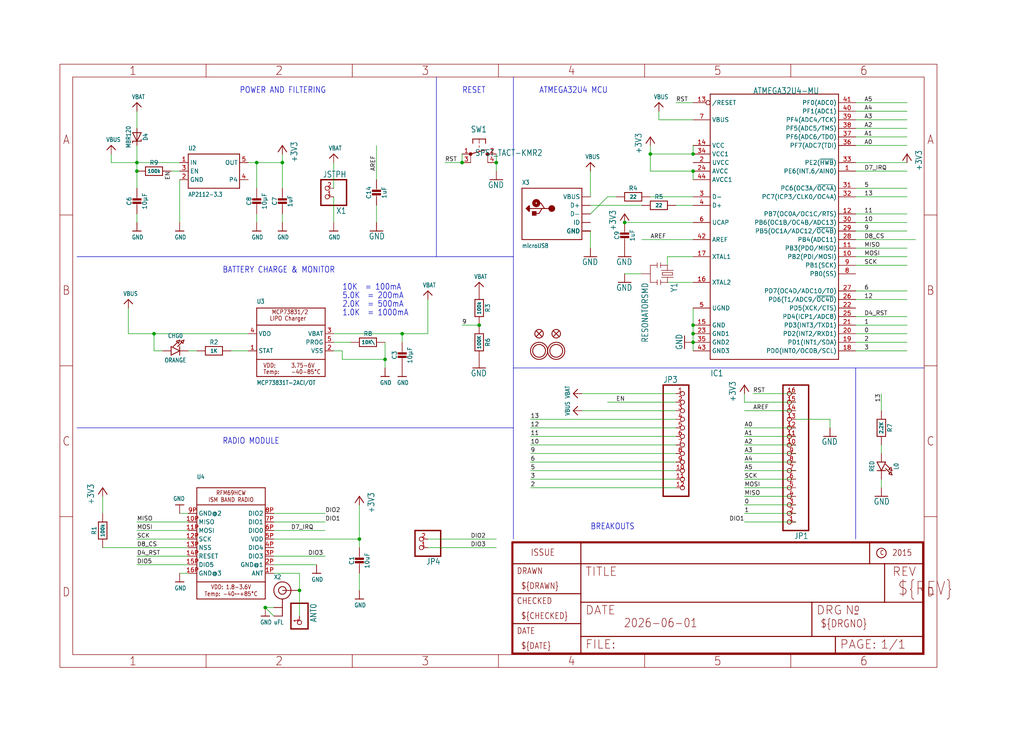
<source format=kicad_sch>
(kicad_sch (version 20230121) (generator eeschema)
  (paper "User" 303.962 217.322)
  (junction (at 205.74 50.8))
  (junction (at 147.32 48.26))
  (junction (at 185.42 66.04))
  (junction (at 83.82 48.26))
  (junction (at 88.9 175.26))
  (junction (at 78.74 180.34))
  (junction (at 76.2 48.26))
  (junction (at 106.68 160.02))
  (junction (at 119.38 99.06))
  (junction (at 205.74 45.72))
  (junction (at 40.64 48.26))
  (junction (at 205.74 96.52))
  (junction (at 205.74 99.06))
  (junction (at 45.72 99.06))
  (junction (at 40.64 50.8))
  (junction (at 137.16 48.26))
  (junction (at 142.24 96.52))
  (junction (at 205.74 101.6))
  (junction (at 193.04 45.72))
  (junction (at 114.3 106.68))
  (wire (pts (xy 38.1 99.06) (xy 45.72 99.06)) (stroke (width 0.1524)))
  (wire (pts (xy 254 30.48) (xy 269.24 30.48)) (stroke (width 0.1524)))
  (wire (pts (xy 236.22 127) (xy 220.98 127)) (stroke (width 0.1524)))
  (wire (pts (xy 236.22 132.08) (xy 220.98 132.08)) (stroke (width 0.1524)))
  (wire (pts (xy 81.28 160.02) (xy 106.68 160.02)) (stroke (width 0.1524)))
  (wire (pts (xy 254 38.1) (xy 269.24 38.1)) (stroke (width 0.1524)))
  (wire (pts (xy 68.58 104.14) (xy 73.66 104.14)) (stroke (width 0.1524)))
  (wire (pts (xy 127 162.56) (xy 147.32 162.56)) (stroke (width 0.1524)))
  (wire (pts (xy 220.98 129.54) (xy 236.22 129.54)) (stroke (width 0.1524)))
  (wire (pts (xy 200.66 142.24) (xy 157.48 142.24)) (stroke (width 0.1524)))
  (wire (pts (xy 193.04 50.8) (xy 193.04 45.72)) (stroke (width 0.1524)))
  (wire (pts (xy 220.98 154.94) (xy 236.22 154.94)) (stroke (width 0.1524)))
  (wire (pts (xy 261.62 132.08) (xy 261.62 134.62)) (stroke (width 0.1524)))
  (wire (pts (xy 99.06 66.04) (xy 99.06 58.42)) (stroke (width 0.1524)))
  (wire (pts (xy 269.24 99.06) (xy 254 99.06)) (stroke (width 0.1524)))
  (wire (pts (xy 220.98 134.62) (xy 236.22 134.62)) (stroke (width 0.1524)))
  (wire (pts (xy 172.72 116.84) (xy 200.66 116.84)) (stroke (width 0.1524)))
  (wire (pts (xy 200.66 129.54) (xy 157.48 129.54)) (stroke (width 0.1524)))
  (wire (pts (xy 261.62 142.24) (xy 261.62 144.78)) (stroke (width 0.1524)))
  (wire (pts (xy 76.2 48.26) (xy 83.82 48.26)) (stroke (width 0.1524)))
  (wire (pts (xy 48.26 104.14) (xy 45.72 104.14)) (stroke (width 0.1524)))
  (wire (pts (xy 127 88.9) (xy 127 99.06)) (stroke (width 0.1524)))
  (wire (pts (xy 81.28 180.34) (xy 78.74 180.34)) (stroke (width 0.1524)))
  (wire (pts (xy 254 68.58) (xy 269.24 68.58)) (stroke (width 0.1524)))
  (wire (pts (xy 254 76.2) (xy 269.24 76.2)) (stroke (width 0.1524)))
  (wire (pts (xy 30.48 152.4) (xy 30.48 147.32)) (stroke (width 0.1524)))
  (wire (pts (xy 200.66 139.7) (xy 157.48 139.7)) (stroke (width 0.1524)))
  (wire (pts (xy 157.48 137.16) (xy 200.66 137.16)) (stroke (width 0.1524)))
  (wire (pts (xy 137.16 48.26) (xy 137.16 45.72)) (stroke (width 0.1524)))
  (wire (pts (xy 53.34 53.34) (xy 53.34 66.04)) (stroke (width 0.1524)))
  (wire (pts (xy 81.28 170.18) (xy 88.9 170.18)) (stroke (width 0.1524)))
  (wire (pts (xy 246.38 124.46) (xy 246.38 127)) (stroke (width 0.1524)))
  (wire (pts (xy 193.04 45.72) (xy 205.74 45.72)) (stroke (width 0.1524)))
  (polyline (pts (xy 254 109.22) (xy 152.4 109.22)) (stroke (width 0.1524) (type solid)))
  (wire (pts (xy 78.74 180.34) (xy 81.28 182.88)) (stroke (width 0.1524)))
  (wire (pts (xy 76.2 55.88) (xy 76.2 48.26)) (stroke (width 0.1524)))
  (wire (pts (xy 73.66 48.26) (xy 76.2 48.26)) (stroke (width 0.1524)))
  (wire (pts (xy 205.74 101.6) (xy 205.74 104.14)) (stroke (width 0.1524)))
  (wire (pts (xy 205.74 91.44) (xy 205.74 96.52)) (stroke (width 0.1524)))
  (wire (pts (xy 114.3 101.6) (xy 114.3 106.68)) (stroke (width 0.1524)))
  (wire (pts (xy 40.64 48.26) (xy 40.64 50.8)) (stroke (width 0.1524)))
  (wire (pts (xy 55.88 104.14) (xy 58.42 104.14)) (stroke (width 0.1524)))
  (wire (pts (xy 200.66 60.96) (xy 205.74 60.96)) (stroke (width 0.1524)))
  (wire (pts (xy 236.22 149.86) (xy 220.98 149.86)) (stroke (width 0.1524)))
  (wire (pts (xy 147.32 50.8) (xy 147.32 48.26)) (stroke (width 0.1524)))
  (wire (pts (xy 83.82 63.5) (xy 83.82 66.04)) (stroke (width 0.1524)))
  (wire (pts (xy 254 78.74) (xy 269.24 78.74)) (stroke (width 0.1524)))
  (wire (pts (xy 40.64 50.8) (xy 40.64 55.88)) (stroke (width 0.1524)))
  (wire (pts (xy 175.26 58.42) (xy 175.26 50.8)) (stroke (width 0.1524)))
  (wire (pts (xy 254 86.36) (xy 269.24 86.36)) (stroke (width 0.1524)))
  (wire (pts (xy 106.68 160.02) (xy 106.68 162.56)) (stroke (width 0.1524)))
  (wire (pts (xy 193.04 45.72) (xy 193.04 43.18)) (stroke (width 0.1524)))
  (wire (pts (xy 83.82 48.26) (xy 83.82 55.88)) (stroke (width 0.1524)))
  (wire (pts (xy 45.72 99.06) (xy 73.66 99.06)) (stroke (width 0.1524)))
  (wire (pts (xy 254 58.42) (xy 269.24 58.42)) (stroke (width 0.1524)))
  (wire (pts (xy 198.12 83.82) (xy 205.74 83.82)) (stroke (width 0.1524)))
  (wire (pts (xy 106.68 160.02) (xy 106.68 149.86)) (stroke (width 0.1524)))
  (wire (pts (xy 236.22 116.84) (xy 223.52 116.84)) (stroke (width 0.1524)))
  (wire (pts (xy 254 63.5) (xy 269.24 63.5)) (stroke (width 0.1524)))
  (wire (pts (xy 99.06 101.6) (xy 104.14 101.6)) (stroke (width 0.1524)))
  (wire (pts (xy 111.76 60.96) (xy 111.76 66.04)) (stroke (width 0.1524)))
  (wire (pts (xy 142.24 96.52) (xy 137.16 96.52)) (stroke (width 0.1524)))
  (wire (pts (xy 180.34 119.38) (xy 200.66 119.38)) (stroke (width 0.1524)))
  (wire (pts (xy 157.48 132.08) (xy 200.66 132.08)) (stroke (width 0.1524)))
  (wire (pts (xy 185.42 81.28) (xy 190.5 81.28)) (stroke (width 0.1524)))
  (polyline (pts (xy 152.4 76.2) (xy 129.54 76.2)) (stroke (width 0.1524) (type solid)))
  (wire (pts (xy 193.04 58.42) (xy 205.74 58.42)) (stroke (width 0.1524)))
  (wire (pts (xy 40.64 160.02) (xy 55.88 160.02)) (stroke (width 0.1524)))
  (wire (pts (xy 88.9 175.26) (xy 88.9 182.88)) (stroke (width 0.1524)))
  (wire (pts (xy 175.26 63.5) (xy 180.34 58.42)) (stroke (width 0.1524)))
  (wire (pts (xy 254 96.52) (xy 269.24 96.52)) (stroke (width 0.1524)))
  (wire (pts (xy 40.64 63.5) (xy 40.64 66.04)) (stroke (width 0.1524)))
  (wire (pts (xy 261.62 121.92) (xy 261.62 116.84)) (stroke (width 0.1524)))
  (wire (pts (xy 220.98 119.38) (xy 236.22 119.38)) (stroke (width 0.1524)))
  (wire (pts (xy 33.02 45.72) (xy 33.02 48.26)) (stroke (width 0.1524)))
  (polyline (pts (xy 22.86 127) (xy 152.4 127)) (stroke (width 0.1524) (type solid)))
  (wire (pts (xy 81.28 165.1) (xy 96.52 165.1)) (stroke (width 0.1524)))
  (wire (pts (xy 119.38 99.06) (xy 127 99.06)) (stroke (width 0.1524)))
  (wire (pts (xy 254 48.26) (xy 269.24 48.26)) (stroke (width 0.1524)))
  (wire (pts (xy 254 71.12) (xy 271.78 71.12)) (stroke (width 0.1524)))
  (wire (pts (xy 205.74 30.48) (xy 200.66 30.48)) (stroke (width 0.1524)))
  (wire (pts (xy 254 40.64) (xy 269.24 40.64)) (stroke (width 0.1524)))
  (wire (pts (xy 254 93.98) (xy 269.24 93.98)) (stroke (width 0.1524)))
  (wire (pts (xy 40.64 38.1) (xy 40.64 33.02)) (stroke (width 0.1524)))
  (wire (pts (xy 254 66.04) (xy 269.24 66.04)) (stroke (width 0.1524)))
  (wire (pts (xy 205.74 45.72) (xy 205.74 43.18)) (stroke (width 0.1524)))
  (wire (pts (xy 205.74 50.8) (xy 193.04 50.8)) (stroke (width 0.1524)))
  (polyline (pts (xy 152.4 160.02) (xy 152.4 127)) (stroke (width 0.1524) (type solid)))
  (wire (pts (xy 119.38 101.6) (xy 119.38 99.06)) (stroke (width 0.1524)))
  (polyline (pts (xy 129.54 76.2) (xy 129.54 22.86)) (stroke (width 0.1524) (type solid)))
  (wire (pts (xy 76.2 63.5) (xy 76.2 66.04)) (stroke (width 0.1524)))
  (wire (pts (xy 175.26 68.58) (xy 175.26 73.66)) (stroke (width 0.1524)))
  (wire (pts (xy 205.74 99.06) (xy 205.74 101.6)) (stroke (width 0.1524)))
  (wire (pts (xy 101.6 104.14) (xy 101.6 106.68)) (stroke (width 0.1524)))
  (wire (pts (xy 220.98 116.84) (xy 220.98 119.38)) (stroke (width 0.1524)))
  (wire (pts (xy 254 50.8) (xy 269.24 50.8)) (stroke (width 0.1524)))
  (wire (pts (xy 99.06 104.14) (xy 101.6 104.14)) (stroke (width 0.1524)))
  (wire (pts (xy 40.64 157.48) (xy 55.88 157.48)) (stroke (width 0.1524)))
  (wire (pts (xy 254 101.6) (xy 269.24 101.6)) (stroke (width 0.1524)))
  (polyline (pts (xy 152.4 109.22) (xy 152.4 76.2)) (stroke (width 0.1524) (type solid)))
  (wire (pts (xy 81.28 152.4) (xy 96.52 152.4)) (stroke (width 0.1524)))
  (wire (pts (xy 190.5 71.12) (xy 205.74 71.12)) (stroke (width 0.1524)))
  (wire (pts (xy 101.6 106.68) (xy 114.3 106.68)) (stroke (width 0.1524)))
  (wire (pts (xy 147.32 45.72) (xy 147.32 48.26)) (stroke (width 0.1524)))
  (wire (pts (xy 45.72 104.14) (xy 45.72 99.06)) (stroke (width 0.1524)))
  (polyline (pts (xy 152.4 76.2) (xy 152.4 22.86)) (stroke (width 0.1524) (type solid)))
  (wire (pts (xy 53.34 48.26) (xy 40.64 48.26)) (stroke (width 0.1524)))
  (wire (pts (xy 40.64 43.18) (xy 40.64 48.26)) (stroke (width 0.1524)))
  (polyline (pts (xy 274.32 109.22) (xy 254 109.22)) (stroke (width 0.1524) (type solid)))
  (wire (pts (xy 111.76 53.34) (xy 111.76 43.18)) (stroke (width 0.1524)))
  (wire (pts (xy 114.3 106.68) (xy 114.3 109.22)) (stroke (width 0.1524)))
  (wire (pts (xy 157.48 144.78) (xy 200.66 144.78)) (stroke (width 0.1524)))
  (polyline (pts (xy 152.4 127) (xy 152.4 109.22)) (stroke (width 0.1524) (type solid)))
  (wire (pts (xy 198.12 76.2) (xy 198.12 78.74)) (stroke (width 0.1524)))
  (wire (pts (xy 236.22 137.16) (xy 220.98 137.16)) (stroke (width 0.1524)))
  (wire (pts (xy 119.38 99.06) (xy 99.06 99.06)) (stroke (width 0.1524)))
  (wire (pts (xy 205.74 35.56) (xy 195.58 35.56)) (stroke (width 0.1524)))
  (wire (pts (xy 147.32 160.02) (xy 127 160.02)) (stroke (width 0.1524)))
  (wire (pts (xy 55.88 152.4) (xy 53.34 152.4)) (stroke (width 0.1524)))
  (wire (pts (xy 198.12 76.2) (xy 205.74 76.2)) (stroke (width 0.1524)))
  (wire (pts (xy 254 104.14) (xy 269.24 104.14)) (stroke (width 0.1524)))
  (wire (pts (xy 254 73.66) (xy 269.24 73.66)) (stroke (width 0.1524)))
  (wire (pts (xy 220.98 152.4) (xy 236.22 152.4)) (stroke (width 0.1524)))
  (wire (pts (xy 200.66 121.92) (xy 172.72 121.92)) (stroke (width 0.1524)))
  (wire (pts (xy 254 88.9) (xy 269.24 88.9)) (stroke (width 0.1524)))
  (wire (pts (xy 205.74 53.34) (xy 205.74 50.8)) (stroke (width 0.1524)))
  (wire (pts (xy 99.06 48.26) (xy 99.06 55.88)) (stroke (width 0.1524)))
  (wire (pts (xy 55.88 167.64) (xy 40.64 167.64)) (stroke (width 0.1524)))
  (wire (pts (xy 88.9 170.18) (xy 88.9 175.26)) (stroke (width 0.1524)))
  (wire (pts (xy 195.58 35.56) (xy 195.58 33.02)) (stroke (width 0.1524)))
  (wire (pts (xy 175.26 60.96) (xy 190.5 60.96)) (stroke (width 0.1524)))
  (wire (pts (xy 236.22 142.24) (xy 220.98 142.24)) (stroke (width 0.1524)))
  (wire (pts (xy 38.1 91.44) (xy 38.1 99.06)) (stroke (width 0.1524)))
  (wire (pts (xy 55.88 154.94) (xy 40.64 154.94)) (stroke (width 0.1524)))
  (wire (pts (xy 40.64 165.1) (xy 55.88 165.1)) (stroke (width 0.1524)))
  (wire (pts (xy 254 33.02) (xy 269.24 33.02)) (stroke (width 0.1524)))
  (wire (pts (xy 254 55.88) (xy 269.24 55.88)) (stroke (width 0.1524)))
  (wire (pts (xy 254 43.18) (xy 269.24 43.18)) (stroke (width 0.1524)))
  (wire (pts (xy 254 35.56) (xy 269.24 35.56)) (stroke (width 0.1524)))
  (polyline (pts (xy 22.86 76.2) (xy 129.54 76.2)) (stroke (width 0.1524) (type solid)))
  (wire (pts (xy 106.68 170.18) (xy 106.68 175.26)) (stroke (width 0.1524)))
  (wire (pts (xy 205.74 66.04) (xy 185.42 66.04)) (stroke (width 0.1524)))
  (wire (pts (xy 200.66 134.62) (xy 157.48 134.62)) (stroke (width 0.1524)))
  (wire (pts (xy 236.22 124.46) (xy 246.38 124.46)) (stroke (width 0.1524)))
  (wire (pts (xy 83.82 48.26) (xy 83.82 45.72)) (stroke (width 0.1524)))
  (wire (pts (xy 157.48 127) (xy 200.66 127)) (stroke (width 0.1524)))
  (wire (pts (xy 81.28 157.48) (xy 96.52 157.48)) (stroke (width 0.1524)))
  (wire (pts (xy 220.98 147.32) (xy 236.22 147.32)) (stroke (width 0.1524)))
  (wire (pts (xy 220.98 139.7) (xy 236.22 139.7)) (stroke (width 0.1524)))
  (wire (pts (xy 81.28 167.64) (xy 93.98 167.64)) (stroke (width 0.1524)))
  (wire (pts (xy 180.34 58.42) (xy 182.88 58.42)) (stroke (width 0.1524)))
  (wire (pts (xy 205.74 96.52) (xy 205.74 99.06)) (stroke (width 0.1524)))
  (polyline (pts (xy 254 160.02) (xy 254 109.22)) (stroke (width 0.1524) (type solid)))
  (wire (pts (xy 236.22 144.78) (xy 220.98 144.78)) (stroke (width 0.1524)))
  (wire (pts (xy 55.88 170.18) (xy 53.34 170.18)) (stroke (width 0.1524)))
  (wire (pts (xy 236.22 121.92) (xy 220.98 121.92)) (stroke (width 0.1524)))
  (wire (pts (xy 200.66 124.46) (xy 157.48 124.46)) (stroke (width 0.1524)))
  (wire (pts (xy 81.28 154.94) (xy 96.52 154.94)) (stroke (width 0.1524)))
  (wire (pts (xy 132.08 48.26) (xy 137.16 48.26)) (stroke (width 0.1524)))
  (wire (pts (xy 33.02 48.26) (xy 40.64 48.26)) (stroke (width 0.1524)))
  (wire (pts (xy 50.8 50.8) (xy 53.34 50.8)) (stroke (width 0.1524)))
  (wire (pts (xy 30.48 162.56) (xy 55.88 162.56)) (stroke (width 0.1524)))
  (text "BREAKOUTS" (at 175.26 157.48 0) (effects (font (size 1.778 1.5113)) (justify left bottom)))
  (text "BATTERY CHARGE & MONITOR" (at 66.04 81.28 0) (effects (font (size 1.778 1.5113)) (justify left bottom)))
  (text "5.0K  = 200mA" (at 101.6 88.9 0) (effects (font (size 1.778 1.5113)) (justify left bottom)))
  (text "10K  = 100mA" (at 101.6 86.36 0) (effects (font (size 1.778 1.5113)) (justify left bottom)))
  (text "RESET" (at 137.16 27.94 0) (effects (font (size 1.778 1.5113)) (justify left bottom)))
  (text "RADIO MODULE" (at 66.04 132.08 0) (effects (font (size 1.778 1.5113)) (justify left bottom)))
  (text "2.0K  = 500mA" (at 101.6 91.44 0) (effects (font (size 1.778 1.5113)) (justify left bottom)))
  (text "POWER AND FILTERING" (at 71.12 27.94 0) (effects (font (size 1.778 1.5113)) (justify left bottom)))
  (text "1.0K  = 1000mA" (at 101.6 93.98 0) (effects (font (size 1.778 1.5113)) (justify left bottom)))
  (text "ATMEGA32U4 MCU" (at 160.02 27.94 0) (effects (font (size 1.778 1.5113)) (justify left bottom)))
  (label "A0" (at 256.54 43.18 0) (effects (font (size 1.2446 1.2446))))
  (label "DIO2" (at 139.7 160.02 0) (effects (font (size 1.2446 1.2446))))
  (label "A1" (at 256.54 40.64 0) (effects (font (size 1.2446 1.2446))))
  (label "DIO3" (at 139.7 162.56 0) (effects (font (size 1.2446 1.2446))))
  (label "D7_IRQ" (at 256.54 50.8 0) (effects (font (size 1.2446 1.2446))))
  (label "5" (at 157.48 139.7 0) (effects (font (size 1.2446 1.2446))))
  (label "AREF" (at 223.52 121.92 0) (effects (font (size 1.2446 1.2446))))
  (label "3" (at 256.54 104.14 0) (effects (font (size 1.2446 1.2446))))
  (label "SCK" (at 256.54 78.74 0) (effects (font (size 1.2446 1.2446))))
  (label "EN" (at 182.88 119.38 0) (effects (font (size 1.2446 1.2446))))
  (label "D4_RST" (at 256.54 93.98 0) (effects (font (size 1.2446 1.2446))))
  (label "RST" (at 132.08 48.26 0) (effects (font (size 1.2446 1.2446))))
  (label "MISO" (at 256.54 73.66 0) (effects (font (size 1.2446 1.2446))))
  (label "D7_IRQ" (at 86.36 157.48 0) (effects (font (size 1.2446 1.2446))))
  (label "D8_CS" (at 256.54 71.12 0) (effects (font (size 1.2446 1.2446))))
  (label "12" (at 256.54 88.9 0) (effects (font (size 1.2446 1.2446))))
  (label "MOSI" (at 40.64 157.48 0) (effects (font (size 1.2446 1.2446))))
  (label "1" (at 220.98 152.4 0) (effects (font (size 1.2446 1.2446))))
  (label "A5" (at 220.98 139.7 0) (effects (font (size 1.2446 1.2446))))
  (label "AREF" (at 111.76 50.8 90) (effects (font (size 1.2446 1.2446))))
  (label "A4" (at 220.98 137.16 0) (effects (font (size 1.2446 1.2446))))
  (label "DIO2" (at 96.52 152.4 0) (effects (font (size 1.2446 1.2446))))
  (label "3" (at 157.48 142.24 0) (effects (font (size 1.2446 1.2446))))
  (label "9" (at 256.54 68.58 0) (effects (font (size 1.2446 1.2446))))
  (label "DIO1" (at 220.98 154.94 180) (effects (font (size 1.2446 1.2446))))
  (label "EN" (at 50.8 50.8 270) (effects (font (size 1.2446 1.2446))))
  (label "1" (at 256.54 96.52 0) (effects (font (size 1.2446 1.2446))))
  (label "13" (at 256.54 58.42 0) (effects (font (size 1.2446 1.2446))))
  (label "D8_CS" (at 40.64 162.56 0) (effects (font (size 1.2446 1.2446))))
  (label "RST" (at 200.66 30.48 0) (effects (font (size 1.2446 1.2446))))
  (label "DIO5" (at 40.64 167.64 0) (effects (font (size 1.2446 1.2446))))
  (label "0" (at 256.54 99.06 0) (effects (font (size 1.2446 1.2446))))
  (label "2" (at 157.48 144.78 0) (effects (font (size 1.2446 1.2446))))
  (label "SCK" (at 40.64 160.02 0) (effects (font (size 1.2446 1.2446))))
  (label "A0" (at 220.98 127 0) (effects (font (size 1.2446 1.2446))))
  (label "6" (at 157.48 137.16 0) (effects (font (size 1.2446 1.2446))))
  (label "A3" (at 256.54 35.56 0) (effects (font (size 1.2446 1.2446))))
  (label "12" (at 157.48 127 0) (effects (font (size 1.2446 1.2446))))
  (label "10" (at 157.48 132.08 0) (effects (font (size 1.2446 1.2446))))
  (label "D4_RST" (at 40.64 165.1 0) (effects (font (size 1.2446 1.2446))))
  (label "11" (at 157.48 129.54 0) (effects (font (size 1.2446 1.2446))))
  (label "RST" (at 223.52 116.84 0) (effects (font (size 1.2446 1.2446))))
  (label "2" (at 256.54 101.6 0) (effects (font (size 1.2446 1.2446))))
  (label "0" (at 220.98 149.86 0) (effects (font (size 1.2446 1.2446))))
  (label "AREF" (at 193.04 71.12 0) (effects (font (size 1.2446 1.2446))))
  (label "MISO" (at 40.64 154.94 0) (effects (font (size 1.2446 1.2446))))
  (label "A2" (at 256.54 38.1 0) (effects (font (size 1.2446 1.2446))))
  (label "A5" (at 256.54 30.48 0) (effects (font (size 1.2446 1.2446))))
  (label "A2" (at 220.98 132.08 0) (effects (font (size 1.2446 1.2446))))
  (label "DIO3" (at 91.44 165.1 0) (effects (font (size 1.2446 1.2446))))
  (label "A4" (at 256.54 33.02 0) (effects (font (size 1.2446 1.2446))))
  (label "13" (at 157.48 124.46 0) (effects (font (size 1.2446 1.2446))))
  (label "10" (at 256.54 66.04 0) (effects (font (size 1.2446 1.2446))))
  (label "A1" (at 220.98 129.54 0) (effects (font (size 1.2446 1.2446))))
  (label "DIO1" (at 96.52 154.94 0) (effects (font (size 1.2446 1.2446))))
  (label "MISO" (at 220.98 147.32 0) (effects (font (size 1.2446 1.2446))))
  (label "SCK" (at 220.98 142.24 0) (effects (font (size 1.2446 1.2446))))
  (label "MOSI" (at 220.98 144.78 0) (effects (font (size 1.2446 1.2446))))
  (label "MOSI" (at 256.54 76.2 0) (effects (font (size 1.2446 1.2446))))
  (label "11" (at 256.54 63.5 0) (effects (font (size 1.2446 1.2446))))
  (label "A3" (at 220.98 134.62 0) (effects (font (size 1.2446 1.2446))))
  (label "13" (at 261.62 116.84 270) (effects (font (size 1.2446 1.2446))))
  (label "5" (at 256.54 55.88 0) (effects (font (size 1.2446 1.2446))))
  (label "9" (at 137.16 96.52 0) (effects (font (size 1.2446 1.2446))))
  (label "9" (at 157.48 134.62 0) (effects (font (size 1.2446 1.2446))))
  (label "6" (at 256.54 86.36 0) (effects (font (size 1.2446 1.2446))))
  (symbol (lib_id "working-eagle-import:CON_JST_PH_2PIN") (at 96.52 55.88 180) (unit 1)
    (property "Reference" "X1" (at 102.87 61.595 0) (effects (font (size 1.778 1.5113)) (justify left bottom)))
    (property "Value" "JSTPH" (at 102.87 50.8 0) (effects (font (size 1.778 1.5113)) (justify left bottom)))
    (property "Footprint" "working:JSTPH2" (effects hide))
  )
  (symbol (lib_id "working-eagle-import:RFM69HCW_SMT") (at 68.58 160.02 0) (unit 1)
    (property "Reference" "U4" (at 58.42 142.24 0) (effects (font (size 1.27 1.0795)) (justify left bottom)))
    (property "Value" "RFM69HCW_SMT" (effects hide))
    (property "Footprint" "working:RFMHCW_SMT" (effects hide))
  )
  (symbol (lib_id "working-eagle-import:CAP_CERAMIC0805-NOOUTLINE") (at 119.38 106.68 0) (unit 1)
    (property "Reference" "C3" (at 117.09 105.43 90))
    (property "Value" "10µF" (at 121.68 105.43 90))
    (property "Footprint" "working:0805-NO" (effects hide))
  )
  (symbol (lib_id "working-eagle-import:GND") (at 99.06 68.58 0) (unit 1)
    (property "Reference" "#U$22" (effects hide))
    (property "Value" "GND" (at 97.536 71.12 0) (effects (font (size 1.27 1.0795)) (justify left bottom)))
  )
  (symbol (lib_id "working-eagle-import:supply1_GND") (at 175.26 76.2 0) (unit 1)
    (property "Reference" "#GND1" (effects hide))
    (property "Value" "GND" (at 172.72 78.74 0) (effects (font (size 1.778 1.5113)) (justify left bottom)))
  )
  (symbol (lib_id "working-eagle-import:+3V3") (at 193.04 40.64 0) (unit 1)
    (property "Reference" "#+3V5" (effects hide))
    (property "Value" "+3V3" (at 190.5 45.72 90) (effects (font (size 1.778 1.5113)) (justify left bottom)))
  )
  (symbol (lib_id "working-eagle-import:GND") (at 53.34 172.72 0) (unit 1)
    (property "Reference" "#U$11" (effects hide))
    (property "Value" "GND" (at 51.816 175.26 0) (effects (font (size 1.27 1.0795)) (justify left bottom)))
  )
  (symbol (lib_id "working-eagle-import:RESISTOR_0603_NOOUT") (at 45.72 50.8 0) (unit 1)
    (property "Reference" "R9" (at 45.72 48.26 0))
    (property "Value" "100k" (at 45.72 50.8 0) (effects (font (size 1.016 1.016) bold)))
    (property "Footprint" "working:0603-NO" (effects hide))
  )
  (symbol (lib_id "working-eagle-import:RESISTOR_0603_NOOUT") (at 109.22 101.6 0) (unit 1)
    (property "Reference" "R8" (at 109.22 99.06 0))
    (property "Value" "10K\\" (at 109.22 101.6 0) (effects (font (size 1.016 1.016) bold)))
    (property "Footprint" "working:0603-NO" (effects hide))
  )
  (symbol (lib_id "working-eagle-import:RESISTOR_0603_NOOUT") (at 142.24 91.44 270) (unit 1)
    (property "Reference" "R3" (at 144.78 91.44 0))
    (property "Value" "100k" (at 142.24 91.44 0) (effects (font (size 1.016 1.016) bold)))
    (property "Footprint" "working:0603-NO" (effects hide))
  )
  (symbol (lib_id "working-eagle-import:VBAT") (at 127 86.36 0) (unit 1)
    (property "Reference" "#U$39" (effects hide))
    (property "Value" "VBAT" (at 125.476 85.344 0) (effects (font (size 1.27 1.0795)) (justify left bottom)))
  )
  (symbol (lib_id "working-eagle-import:supply1_GND") (at 185.42 76.2 0) (unit 1)
    (property "Reference" "#GND3" (effects hide))
    (property "Value" "GND" (at 182.88 78.74 0) (effects (font (size 1.778 1.5113)) (justify left bottom)))
  )
  (symbol (lib_id "working-eagle-import:LED0805_NOOUTLINE") (at 53.34 104.14 0) (unit 1)
    (property "Reference" "CHG0" (at 52.07 99.695 0) (effects (font (size 1.27 1.0795))))
    (property "Value" "ORANGE" (at 52.07 106.934 0) (effects (font (size 1.27 1.0795))))
    (property "Footprint" "working:CHIPLED_0805_NOOUTLINE" (effects hide))
  )
  (symbol (lib_id "working-eagle-import:FRAME_A4") (at 152.4 195.58 0) (unit 2)
    (property "Reference" "#FRAME1" (effects hide))
    (property "Value" "FRAME_A4" (effects hide))
  )
  (symbol (lib_id "working-eagle-import:MOUNTINGHOLE2.5") (at 160.02 104.14 0) (unit 1)
    (property "Reference" "U$31" (effects hide))
    (property "Value" "MOUNTINGHOLE2.5" (effects hide))
    (property "Footprint" "working:MOUNTINGHOLE_2.5_PLATED" (effects hide))
  )
  (symbol (lib_id "working-eagle-import:GND") (at 119.38 111.76 0) (unit 1)
    (property "Reference" "#U$33" (effects hide))
    (property "Value" "GND" (at 117.856 114.3 0) (effects (font (size 1.27 1.0795)) (justify left bottom)))
  )
  (symbol (lib_id "working-eagle-import:GND") (at 40.64 68.58 0) (unit 1)
    (property "Reference" "#U$27" (effects hide))
    (property "Value" "GND" (at 39.116 71.12 0) (effects (font (size 1.27 1.0795)) (justify left bottom)))
  )
  (symbol (lib_id "working-eagle-import:ANTENNA_U.FL") (at 83.82 175.26 0) (unit 1)
    (property "Reference" "X2" (at 81.28 171.958 0) (effects (font (size 1.27 1.0795)) (justify left bottom)))
    (property "Value" "uFL" (at 81.28 185.42 0) (effects (font (size 1.27 1.0795)) (justify left bottom)))
    (property "Footprint" "working:U.FL" (effects hide))
  )
  (symbol (lib_id "working-eagle-import:VBUS") (at 170.18 121.92 90) (unit 1)
    (property "Reference" "#U$19" (effects hide))
    (property "Value" "VBUS" (at 169.164 123.444 0) (effects (font (size 1.27 1.0795)) (justify left bottom)))
  )
  (symbol (lib_id "working-eagle-import:MCP73831/2") (at 86.36 101.6 0) (unit 1)
    (property "Reference" "U3" (at 76.2 90.17 0) (effects (font (size 1.27 1.0795)) (justify left bottom)))
    (property "Value" "MCP73831T-2ACI/OT" (at 76.2 114.3 0) (effects (font (size 1.27 1.0795)) (justify left bottom)))
    (property "Footprint" "working:SOT23-5" (effects hide))
  )
  (symbol (lib_id "working-eagle-import:CAP_CERAMIC0805-NOOUTLINE") (at 106.68 167.64 0) (unit 1)
    (property "Reference" "C1" (at 104.39 166.39 90))
    (property "Value" "10uF" (at 108.98 166.39 90))
    (property "Footprint" "working:0805-NO" (effects hide))
  )
  (symbol (lib_id "working-eagle-import:CAP_CERAMIC_0603MP") (at 185.42 71.12 0) (unit 1)
    (property "Reference" "C9" (at 183.13 69.87 90))
    (property "Value" "1uF" (at 187.72 69.87 90))
    (property "Footprint" "working:_0603MP" (effects hide))
  )
  (symbol (lib_id "working-eagle-import:LED0805_NOOUTLINE") (at 261.62 139.7 270) (unit 1)
    (property "Reference" "L0" (at 266.065 138.43 0) (effects (font (size 1.27 1.0795))))
    (property "Value" "RED" (at 258.826 138.43 0) (effects (font (size 1.27 1.0795))))
    (property "Footprint" "working:CHIPLED_0805_NOOUTLINE" (effects hide))
  )
  (symbol (lib_id "working-eagle-import:FIDUCIAL{dblquote}{dblquote}") (at 160.02 99.06 0) (unit 1)
    (property "Reference" "U$35" (effects hide))
    (property "Value" "FIDUCIAL{dblquote}{dblquote}" (effects hide))
    (property "Footprint" "working:FIDUCIAL_1MM" (effects hide))
  )
  (symbol (lib_id "working-eagle-import:FIDUCIAL{dblquote}{dblquote}") (at 165.1 99.06 0) (unit 1)
    (property "Reference" "U$34" (effects hide))
    (property "Value" "FIDUCIAL{dblquote}{dblquote}" (effects hide))
    (property "Footprint" "working:FIDUCIAL_1MM" (effects hide))
  )
  (symbol (lib_id "working-eagle-import:HEADER-1X1ROUND") (at 88.9 185.42 270) (unit 1)
    (property "Reference" "ANT0" (at 92.075 179.07 0) (effects (font (size 1.778 1.5113)) (justify left bottom)))
    (property "Value" "HEADER-1X1ROUND" (effects hide))
    (property "Footprint" "working:1X01_ROUND" (effects hide))
  )
  (symbol (lib_id "working-eagle-import:GND") (at 83.82 68.58 0) (unit 1)
    (property "Reference" "#U$28" (effects hide))
    (property "Value" "GND" (at 82.296 71.12 0) (effects (font (size 1.27 1.0795)) (justify left bottom)))
  )
  (symbol (lib_id "working-eagle-import:RESISTOR_0603_NOOUT") (at 261.62 127 270) (unit 1)
    (property "Reference" "R7" (at 264.16 127 0))
    (property "Value" "2.2K" (at 261.62 127 0) (effects (font (size 1.016 1.016) bold)))
    (property "Footprint" "working:0603-NO" (effects hide))
  )
  (symbol (lib_id "working-eagle-import:+3V3") (at 220.98 114.3 0) (unit 1)
    (property "Reference" "#+3V1" (effects hide))
    (property "Value" "+3V3" (at 218.44 119.38 90) (effects (font (size 1.778 1.5113)) (justify left bottom)))
  )
  (symbol (lib_id "working-eagle-import:RESISTOR_0603_NOOUT") (at 187.96 58.42 0) (unit 1)
    (property "Reference" "R4" (at 187.96 55.88 0))
    (property "Value" "22" (at 187.96 58.42 0) (effects (font (size 1.016 1.016) bold)))
    (property "Footprint" "working:0603-NO" (effects hide))
  )
  (symbol (lib_id "working-eagle-import:CAP_CERAMIC0603_NO") (at 111.76 58.42 0) (unit 1)
    (property "Reference" "C14" (at 109.47 57.17 90))
    (property "Value" "1uF" (at 114.06 57.17 90))
    (property "Footprint" "working:0603-NO" (effects hide))
  )
  (symbol (lib_id "working-eagle-import:VREG_SOT23-5") (at 63.5 50.8 0) (unit 1)
    (property "Reference" "U2" (at 55.88 44.704 0) (effects (font (size 1.27 1.0795)) (justify left bottom)))
    (property "Value" "AP2112-3.3" (at 55.88 58.42 0) (effects (font (size 1.27 1.0795)) (justify left bottom)))
    (property "Footprint" "working:SOT23-5" (effects hide))
  )
  (symbol (lib_id "working-eagle-import:supply1_GND") (at 261.62 147.32 0) (mirror y) (unit 1)
    (property "Reference" "#GND10" (effects hide))
    (property "Value" "GND" (at 264.16 149.86 0) (effects (font (size 1.778 1.5113)) (justify left bottom)))
  )
  (symbol (lib_id "working-eagle-import:+3V3") (at 185.42 63.5 0) (unit 1)
    (property "Reference" "#+3V6" (effects hide))
    (property "Value" "+3V3" (at 182.88 68.58 90) (effects (font (size 1.778 1.5113)) (justify left bottom)))
  )
  (symbol (lib_id "working-eagle-import:VBUS") (at 38.1 88.9 0) (unit 1)
    (property "Reference" "#U$38" (effects hide))
    (property "Value" "VBUS" (at 36.576 87.884 0) (effects (font (size 1.27 1.0795)) (justify left bottom)))
  )
  (symbol (lib_id "working-eagle-import:RESONATORSMD") (at 198.12 81.28 270) (unit 1)
    (property "Reference" "Y1" (at 199.136 83.82 0) (effects (font (size 1.778 1.5113)) (justify left bottom)))
    (property "Value" "RESONATORSMD" (at 190.5 83.82 0) (effects (font (size 1.778 1.5113)) (justify left bottom)))
    (property "Footprint" "working:RESONATOR-SMD" (effects hide))
  )
  (symbol (lib_id "working-eagle-import:VBUS") (at 195.58 30.48 0) (unit 1)
    (property "Reference" "#U$8" (effects hide))
    (property "Value" "VBUS" (at 194.056 29.464 0) (effects (font (size 1.27 1.0795)) (justify left bottom)))
  )
  (symbol (lib_id "working-eagle-import:VBAT") (at 170.18 116.84 90) (unit 1)
    (property "Reference" "#U$20" (effects hide))
    (property "Value" "VBAT" (at 169.164 118.364 0) (effects (font (size 1.27 1.0795)) (justify left bottom)))
  )
  (symbol (lib_id "working-eagle-import:FRAME_A4") (at 17.78 198.12 0) (unit 1)
    (property "Reference" "#FRAME1" (effects hide))
    (property "Value" "FRAME_A4" (effects hide))
  )
  (symbol (lib_id "working-eagle-import:HEADER-1X2ROUND") (at 124.46 160.02 180) (unit 1)
    (property "Reference" "JP4" (at 130.81 165.735 0) (effects (font (size 1.778 1.5113)) (justify left bottom)))
    (property "Value" "HEADER-1X2ROUND" (effects hide))
    (property "Footprint" "working:1X02_ROUND" (effects hide))
  )
  (symbol (lib_id "working-eagle-import:HEADER-1X12") (at 203.2 132.08 0) (unit 1)
    (property "Reference" "JP3" (at 196.85 113.665 0) (effects (font (size 1.778 1.5113)) (justify left bottom)))
    (property "Value" "HEADER-1X12" (effects hide))
    (property "Footprint" "working:1X12_ROUND" (effects hide))
  )
  (symbol (lib_id "working-eagle-import:+3V3") (at 83.82 43.18 0) (mirror y) (unit 1)
    (property "Reference" "#+3V4" (effects hide))
    (property "Value" "+3V3" (at 86.36 48.26 90) (effects (font (size 1.778 1.5113)) (justify left bottom)))
  )
  (symbol (lib_id "working-eagle-import:VBAT") (at 99.06 45.72 0) (unit 1)
    (property "Reference" "#U$16" (effects hide))
    (property "Value" "VBAT" (at 97.536 44.704 0) (effects (font (size 1.27 1.0795)) (justify left bottom)))
  )
  (symbol (lib_id "working-eagle-import:DIODE-SCHOTTKYSOD-123") (at 40.64 40.64 270) (unit 1)
    (property "Reference" "D4" (at 43.18 40.64 0) (effects (font (size 1.27 1.0795))))
    (property "Value" "MBR120" (at 38.14 40.64 0) (effects (font (size 1.27 1.0795))))
    (property "Footprint" "working:SOD-123" (effects hide))
  )
  (symbol (lib_id "working-eagle-import:SPST_TACT-KMR2") (at 142.24 45.72 270) (unit 1)
    (property "Reference" "SW1" (at 139.7 39.37 90) (effects (font (size 1.778 1.5113)) (justify left bottom)))
    (property "Value" "SPST_TACT-KMR2" (at 140.97 46.355 90) (effects (font (size 1.778 1.5113)) (justify left bottom)))
    (property "Footprint" "working:KMR2" (effects hide))
  )
  (symbol (lib_id "working-eagle-import:VBUS") (at 175.26 48.26 0) (unit 1)
    (property "Reference" "#U$1" (effects hide))
    (property "Value" "VBUS" (at 173.736 47.244 0) (effects (font (size 1.27 1.0795)) (justify left bottom)))
  )
  (symbol (lib_id "working-eagle-import:+3V3") (at 269.24 45.72 0) (mirror y) (unit 1)
    (property "Reference" "#+3V7" (effects hide))
    (property "Value" "+3V3" (at 271.78 50.8 90) (effects (font (size 1.778 1.5113)) (justify left bottom)))
  )
  (symbol (lib_id "working-eagle-import:CAP_CERAMIC0805-NOOUTLINE") (at 76.2 60.96 0) (unit 1)
    (property "Reference" "C8" (at 73.91 59.71 90))
    (property "Value" "10µF" (at 78.5 59.71 90))
    (property "Footprint" "working:0805-NO" (effects hide))
  )
  (symbol (lib_id "working-eagle-import:supply1_GND") (at 142.24 109.22 0) (unit 1)
    (property "Reference" "#GND13" (effects hide))
    (property "Value" "GND" (at 139.7 111.76 0) (effects (font (size 1.778 1.5113)) (justify left bottom)))
  )
  (symbol (lib_id "working-eagle-import:MOUNTINGHOLE2.5") (at 165.1 104.14 0) (unit 1)
    (property "Reference" "U$32" (effects hide))
    (property "Value" "MOUNTINGHOLE2.5" (effects hide))
    (property "Footprint" "working:MOUNTINGHOLE_2.5_PLATED" (effects hide))
  )
  (symbol (lib_id "working-eagle-import:GND") (at 53.34 68.58 0) (unit 1)
    (property "Reference" "#U$30" (effects hide))
    (property "Value" "GND" (at 51.816 71.12 0) (effects (font (size 1.27 1.0795)) (justify left bottom)))
  )
  (symbol (lib_id "working-eagle-import:GND") (at 93.98 170.18 0) (unit 1)
    (property "Reference" "#U$13" (effects hide))
    (property "Value" "GND" (at 92.456 172.72 0) (effects (font (size 1.27 1.0795)) (justify left bottom)))
  )
  (symbol (lib_id "working-eagle-import:supply1_GND") (at 147.32 53.34 0) (unit 1)
    (property "Reference" "#GND7" (effects hide))
    (property "Value" "GND" (at 144.78 55.88 0) (effects (font (size 1.778 1.5113)) (justify left bottom)))
  )
  (symbol (lib_id "working-eagle-import:VBUS") (at 33.02 43.18 0) (unit 1)
    (property "Reference" "#U$3" (effects hide))
    (property "Value" "VBUS" (at 31.496 42.164 0) (effects (font (size 1.27 1.0795)) (justify left bottom)))
  )
  (symbol (lib_id "working-eagle-import:supply1_GND") (at 111.76 68.58 0) (mirror y) (unit 1)
    (property "Reference" "#GND12" (effects hide))
    (property "Value" "GND" (at 114.3 71.12 0) (effects (font (size 1.778 1.5113)) (justify left bottom)))
  )
  (symbol (lib_id "working-eagle-import:GND") (at 114.3 111.76 0) (unit 1)
    (property "Reference" "#U$36" (effects hide))
    (property "Value" "GND" (at 112.776 114.3 0) (effects (font (size 1.27 1.0795)) (justify left bottom)))
  )
  (symbol (lib_id "working-eagle-import:CAP_CERAMIC0603_NO") (at 83.82 60.96 0) (unit 1)
    (property "Reference" "C7" (at 81.53 59.71 90))
    (property "Value" "1uF" (at 86.12 59.71 90))
    (property "Footprint" "working:0603-NO" (effects hide))
  )
  (symbol (lib_id "working-eagle-import:GND") (at 53.34 149.86 180) (unit 1)
    (property "Reference" "#U$9" (effects hide))
    (property "Value" "GND" (at 54.864 147.32 0) (effects (font (size 1.27 1.0795)) (justify left bottom)))
  )
  (symbol (lib_id "working-eagle-import:VBAT") (at 142.24 83.82 0) (unit 1)
    (property "Reference" "#U$2" (effects hide))
    (property "Value" "VBAT" (at 140.716 82.804 0) (effects (font (size 1.27 1.0795)) (justify left bottom)))
  )
  (symbol (lib_id "working-eagle-import:+3V3") (at 30.48 144.78 0) (unit 1)
    (property "Reference" "#+3V3" (effects hide))
    (property "Value" "+3V3" (at 27.94 149.86 90) (effects (font (size 1.778 1.5113)) (justify left bottom)))
  )
  (symbol (lib_id "working-eagle-import:+3V3") (at 106.68 147.32 0) (mirror y) (unit 1)
    (property "Reference" "#+3V2" (effects hide))
    (property "Value" "+3V3" (at 109.22 152.4 90) (effects (font (size 1.778 1.5113)) (justify left bottom)))
  )
  (symbol (lib_id "working-eagle-import:GND") (at 106.68 177.8 0) (unit 1)
    (property "Reference" "#U$10" (effects hide))
    (property "Value" "GND" (at 105.156 180.34 0) (effects (font (size 1.27 1.0795)) (justify left bottom)))
  )
  (symbol (lib_id "working-eagle-import:CAP_CERAMIC0805-NOOUTLINE") (at 40.64 60.96 0) (unit 1)
    (property "Reference" "C6" (at 38.35 59.71 90))
    (property "Value" "10µF" (at 42.94 59.71 90))
    (property "Footprint" "working:0805-NO" (effects hide))
  )
  (symbol (lib_id "working-eagle-import:RESISTOR_0603_NOOUT") (at 63.5 104.14 0) (unit 1)
    (property "Reference" "R2" (at 63.5 101.6 0))
    (property "Value" "1K" (at 63.5 104.14 0) (effects (font (size 1.016 1.016) bold)))
    (property "Footprint" "working:0603-NO" (effects hide))
  )
  (symbol (lib_id "working-eagle-import:GND") (at 76.2 68.58 0) (unit 1)
    (property "Reference" "#U$29" (effects hide))
    (property "Value" "GND" (at 74.676 71.12 0) (effects (font (size 1.27 1.0795)) (justify left bottom)))
  )
  (symbol (lib_id "working-eagle-import:GND") (at 78.74 182.88 0) (unit 1)
    (property "Reference" "#U$12" (effects hide))
    (property "Value" "GND" (at 77.216 185.42 0) (effects (font (size 1.27 1.0795)) (justify left bottom)))
  )
  (symbol (lib_id "working-eagle-import:supply1_GND") (at 185.42 83.82 0) (unit 1)
    (property "Reference" "#GND6" (effects hide))
    (property "Value" "GND" (at 182.88 86.36 0) (effects (font (size 1.778 1.5113)) (justify left bottom)))
  )
  (symbol (lib_id "working-eagle-import:supply1_GND") (at 246.38 129.54 0) (unit 1)
    (property "Reference" "#GND4" (effects hide))
    (property "Value" "GND" (at 243.84 132.08 0) (effects (font (size 1.778 1.5113)) (justify left bottom)))
  )
  (symbol (lib_id "working-eagle-import:supply1_GND") (at 203.2 101.6 270) (unit 1)
    (property "Reference" "#GND2" (effects hide))
    (property "Value" "GND" (at 200.66 99.06 0) (effects (font (size 1.778 1.5113)) (justify left bottom)))
  )
  (symbol (lib_id "working-eagle-import:USB_MICRO_20329_V2") (at 165.1 63.5 0) (unit 1)
    (property "Reference" "X3" (at 154.94 54.864 0) (effects (font (size 1.27 1.0795)) (justify left bottom)))
    (property "Value" "microUSB" (at 154.94 73.66 0) (effects (font (size 1.27 1.0795)) (justify left bottom)))
    (property "Footprint" "working:4UCONN_20329_V2" (effects hide))
  )
  (symbol (lib_id "working-eagle-import:HEADER-1X16ROUND") (at 233.68 137.16 180) (unit 1)
    (property "Reference" "JP1" (at 240.03 158.115 0) (effects (font (size 1.778 1.5113)) (justify left bottom)))
    (property "Value" "HEADER-1X16ROUND" (effects hide))
    (property "Footprint" "working:1X16_ROUND" (effects hide))
  )
  (symbol (lib_id "working-eagle-import:RESISTOR_0603_NOOUT") (at 30.48 157.48 90) (unit 1)
    (property "Reference" "R1" (at 27.94 157.48 0))
    (property "Value" "100k" (at 30.48 157.48 0) (effects (font (size 1.016 1.016) bold)))
    (property "Footprint" "working:0603-NO" (effects hide))
  )
  (symbol (lib_id "working-eagle-import:RESISTOR_0603_NOOUT") (at 195.58 60.96 0) (unit 1)
    (property "Reference" "R5" (at 195.58 58.42 0))
    (property "Value" "22" (at 195.58 60.96 0) (effects (font (size 1.016 1.016) bold)))
    (property "Footprint" "working:0603-NO" (effects hide))
  )
  (symbol (lib_id "working-eagle-import:VBAT") (at 40.64 30.48 0) (unit 1)
    (property "Reference" "#U$21" (effects hide))
    (property "Value" "VBAT" (at 39.116 29.464 0) (effects (font (size 1.27 1.0795)) (justify left bottom)))
  )
  (symbol (lib_id "working-eagle-import:ATMEGA32U4-MU") (at 228.6 73.66 0) (unit 1)
    (property "Reference" "IC1" (at 210.82 111.76 0) (effects (font (size 1.778 1.5113)) (justify left bottom)))
    (property "Value" "ATMEGA32U4-MU" (at 223.52 27.94 0) (effects (font (size 1.778 1.5113)) (justify left bottom)))
    (property "Footprint" "working:TQFN44_7MM" (effects hide))
  )
  (symbol (lib_id "working-eagle-import:RESISTOR_0603_NOOUT") (at 142.24 101.6 270) (unit 1)
    (property "Reference" "R6" (at 144.78 101.6 0))
    (property "Value" "100K" (at 142.24 101.6 0) (effects (font (size 1.016 1.016) bold)))
    (property "Footprint" "working:0603-NO" (effects hide))
  )
)
</source>
